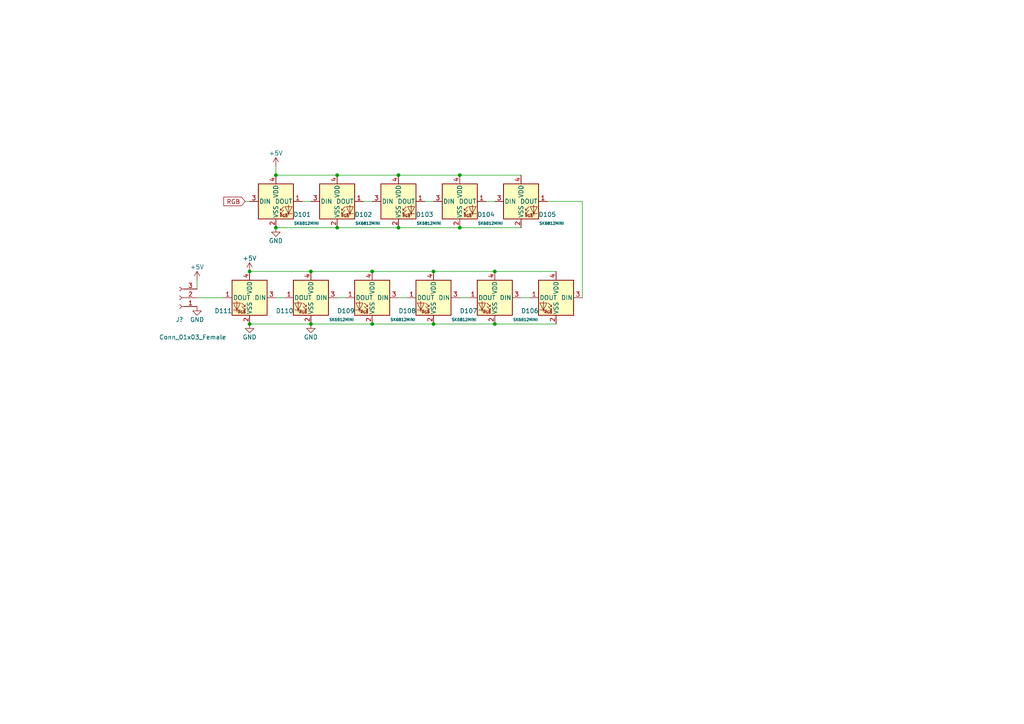
<source format=kicad_sch>
(kicad_sch (version 20230121) (generator eeschema)
  (paper "A4")
  (lib_symbols
    (symbol "LED:SK6812MINI" (pin_names (offset 0.254))
      (property "Reference" "D" (at 5.08 5.715 0))
      (property "Value" "SK6812MINI" (at 1.27 -5.715 0))
      (symbol "SK6812MINI_0_0"
        (text "RGB" (at 2.286 -4.191 0) (effects (font (size 0.762 0.762))))
      )
      (symbol "SK6812MINI_0_1"
        (polyline (pts (xy 1.27 -3.556) (xy 1.778 -3.556)))
        (polyline (pts (xy 1.27 -2.54) (xy 1.778 -2.54)))
        (polyline (pts (xy 4.699 -3.556) (xy 2.667 -3.556)))
        (polyline (pts (xy 2.286 -2.54) (xy 1.27 -3.556) (xy 1.27 -3.048)))
        (polyline (pts (xy 2.286 -1.524) (xy 1.27 -2.54) (xy 1.27 -2.032)))
        (polyline (pts (xy 3.683 -1.016) (xy 3.683 -3.556) (xy 3.683 -4.064)))
        (polyline (pts (xy 4.699 -1.524) (xy 2.667 -1.524) (xy 3.683 -3.556) (xy 4.699 -1.524)))
        (rectangle (start 5.08 5.08) (end -5.08 -5.08) (stroke (width 0.254)) (fill (type background)))
      )
      (symbol "SK6812MINI_1_1"
        (pin output line (at 7.62 0 180) (length 2.54) (name "DOUT") (number "1"))
        (pin power_in line (at 0 -7.62 90) (length 2.54) (name "VSS") (number "2"))
        (pin input line (at -7.62 0 0) (length 2.54) (name "DIN") (number "3"))
        (pin power_in line (at 0 7.62 270) (length 2.54) (name "VDD") (number "4"))
      )
    )
    (symbol "LeChiffre-rescue:Conn_01x03_Female-Connector" (pin_names (offset 1.016) hide)
      (property "Reference" "J" (at 0 5.08 0))
      (property "Value" "Connector_Conn_01x03_Female" (at 0 -5.08 0))
      (symbol "Conn_01x03_Female-Connector_1_1"
        (arc (start 0 -2.032) (mid -0.5058 -2.54) (end 0 -3.048) (stroke (width 0.1524)))
        (polyline (pts (xy -1.27 -2.54) (xy -0.508 -2.54)) (stroke (width 0.1524)))
        (polyline (pts (xy -1.27 0) (xy -0.508 0)) (stroke (width 0.1524)))
        (polyline (pts (xy -1.27 2.54) (xy -0.508 2.54)) (stroke (width 0.1524)))
        (arc (start 0 0.508) (mid -0.5058 0) (end 0 -0.508) (stroke (width 0.1524)))
        (arc (start 0 3.048) (mid -0.5058 2.54) (end 0 2.032) (stroke (width 0.1524)))
        (pin passive line (at -5.08 -2.54 0) (length 3.81) (name "Pin_3") (number "1"))
        (pin passive line (at -5.08 0 0) (length 3.81) (name "Pin_2") (number "2"))
        (pin passive line (at -5.08 2.54 0) (length 3.81) (name "Pin_1") (number "3"))
      )
    )
    (symbol "power:+5V" (power) (pin_names (offset 0))
      (property "Value" "+5V" (at 0 3.556 0))
      (symbol "+5V_0_1"
        (polyline (pts (xy -0.762 1.27) (xy 0 2.54)))
        (polyline (pts (xy 0 0) (xy 0 2.54)))
        (polyline (pts (xy 0 2.54) (xy 0.762 1.27)))
      )
      (symbol "+5V_1_1"
        (pin power_in line (at 0 0 90) (length 0) hide (name "+5V") (number "1"))
      )
    )
    (symbol "power:GND" (power) (pin_names (offset 0))
      (property "Value" "GND" (at 0 -3.81 0))
      (symbol "GND_0_1"
        (polyline (pts (xy 0 0) (xy 0 -1.27) (xy 1.27 -1.27) (xy 0 -2.54) (xy -1.27 -1.27) (xy 0 -1.27)))
      )
      (symbol "GND_1_1"
        (pin power_in line (at 0 0 270) (length 0) hide (name "GND") (number "1"))
      )
    )
  )
  (junction (at 143.51 78.74))
  (junction (at 125.73 78.74))
  (junction (at 72.39 93.98))
  (junction (at 133.35 66.04))
  (junction (at 80.01 50.8))
  (junction (at 107.95 78.74))
  (junction (at 97.79 66.04))
  (junction (at 115.57 66.04))
  (junction (at 90.17 78.74))
  (junction (at 143.51 93.98))
  (junction (at 125.73 93.98))
  (junction (at 115.57 50.8))
  (junction (at 90.17 93.98))
  (junction (at 80.01 66.04))
  (junction (at 72.39 78.74))
  (junction (at 107.95 93.98))
  (junction (at 97.79 50.8))
  (junction (at 133.35 50.8))
  (wire (pts (xy 135.89 86.36) (xy 133.35 86.36)))
  (wire (pts (xy 100.33 86.36) (xy 97.79 86.36)))
  (wire (pts (xy 125.73 78.74) (xy 143.51 78.74)))
  (wire (pts (xy 168.91 58.42) (xy 168.91 86.36)))
  (wire (pts (xy 82.55 86.36) (xy 80.01 86.36)))
  (wire (pts (xy 107.95 93.98) (xy 125.73 93.98)))
  (wire (pts (xy 115.57 66.04) (xy 133.35 66.04)))
  (wire (pts (xy 97.79 66.04) (xy 115.57 66.04)))
  (wire (pts (xy 140.97 58.42) (xy 143.51 58.42)))
  (wire (pts (xy 143.51 93.98) (xy 161.29 93.98)))
  (wire (pts (xy 57.15 81.28) (xy 57.15 83.82)))
  (wire (pts (xy 80.01 66.04) (xy 97.79 66.04)))
  (wire (pts (xy 80.01 48.26) (xy 80.01 50.8)))
  (wire (pts (xy 87.63 58.42) (xy 90.17 58.42)))
  (wire (pts (xy 57.15 86.36) (xy 64.77 86.36)))
  (wire (pts (xy 125.73 93.98) (xy 143.51 93.98)))
  (wire (pts (xy 90.17 78.74) (xy 107.95 78.74)))
  (wire (pts (xy 107.95 78.74) (xy 125.73 78.74)))
  (wire (pts (xy 80.01 50.8) (xy 97.79 50.8)))
  (wire (pts (xy 158.75 58.42) (xy 168.91 58.42)))
  (wire (pts (xy 105.41 58.42) (xy 107.95 58.42)))
  (wire (pts (xy 72.39 78.74) (xy 90.17 78.74)))
  (wire (pts (xy 143.51 78.74) (xy 161.29 78.74)))
  (wire (pts (xy 90.17 93.98) (xy 107.95 93.98)))
  (wire (pts (xy 153.67 86.36) (xy 151.13 86.36)))
  (wire (pts (xy 72.39 93.98) (xy 90.17 93.98)))
  (wire (pts (xy 123.19 58.42) (xy 125.73 58.42)))
  (wire (pts (xy 118.11 86.36) (xy 115.57 86.36)))
  (wire (pts (xy 115.57 50.8) (xy 133.35 50.8)))
  (wire (pts (xy 133.35 66.04) (xy 151.13 66.04)))
  (wire (pts (xy 71.12 58.42) (xy 72.39 58.42)))
  (wire (pts (xy 97.79 50.8) (xy 115.57 50.8)))
  (wire (pts (xy 133.35 50.8) (xy 151.13 50.8)))
  (global_label "RGB" (shape input) (at 71.12 58.42 180) (property "Intersheetrefs" "${INTERSHEET_REFS}" (effects hide)))
  (symbol (lib_id "power:+5V") (at 80.01 48.26 0) (unit 1)
    (property "Reference" "#PWR0101" (effects hide))
    (property "Value" "+5V" (at 80.01 44.45 0))
  )
  (symbol (lib_id "LeChiffre-rescue:Conn_01x03_Female-Connector") (at 52.07 86.36 0) (mirror y) (unit 1)
    (property "Reference" "J?" (at 52.07 92.71 0))
    (property "Value" "Conn_01x03_Female" (at 55.88 97.79 0))
    (property "Footprint" "Connector_PinSocket_2.54mm:PinSocket_1x03_P2.54mm_Vertical" (effects hide))
    (instances (project "stm32_hotswap_chiffre" (path "" (reference "J?") (unit 1)) (path "" (reference "J101") (unit 1))) (project "LeChiffre" (path "" (reference "J?") (unit 1))))
  )
  (symbol (lib_id "LED:SK6812MINI") (at 97.79 58.42 0) (unit 1)
    (property "Reference" "D102" (at 105.41 62.23 0))
    (property "Value" "SK6812MINI" (at 106.68 64.77 0) (effects (font (size 0.8 0.8))))
    (property "Footprint" "LED_SMD:LED_SK6812MINI_PLCC4_3.5x3.5mm_P1.75mm" (effects hide))
    (property "Datasheet" "https://cdn-shop.adafruit.com/product-files/2686/SK6812MINI_REV.01-1-2.pdf" (effects hide))
  )
  (symbol (lib_id "LED:SK6812MINI") (at 90.17 86.36 0) (mirror y) (unit 1)
    (property "Reference" "D110" (at 82.55 90.17 0))
    (property "Value" "SK6812MINI" (effects hide))
    (property "Footprint" "LED_SMD:LED_SK6812MINI_PLCC4_3.5x3.5mm_P1.75mm" (effects hide))
    (property "Datasheet" "https://cdn-shop.adafruit.com/product-files/2686/SK6812MINI_REV.01-1-2.pdf" (effects hide))
  )
  (symbol (lib_id "LED:SK6812MINI") (at 72.39 86.36 0) (mirror y) (unit 1)
    (property "Reference" "D111" (at 64.77 90.17 0))
    (property "Value" "SK6812MINI" (effects hide))
    (property "Footprint" "LED_SMD:LED_SK6812MINI_PLCC4_3.5x3.5mm_P1.75mm" (effects hide))
    (property "Datasheet" "https://cdn-shop.adafruit.com/product-files/2686/SK6812MINI_REV.01-1-2.pdf" (effects hide))
  )
  (symbol (lib_id "LED:SK6812MINI") (at 107.95 86.36 0) (mirror y) (unit 1)
    (property "Reference" "D109" (at 100.33 90.17 0))
    (property "Value" "SK6812MINI" (at 99.06 92.71 0) (effects (font (size 0.8 0.8))))
    (property "Footprint" "LED_SMD:LED_SK6812MINI_PLCC4_3.5x3.5mm_P1.75mm" (effects hide))
    (property "Datasheet" "https://cdn-shop.adafruit.com/product-files/2686/SK6812MINI_REV.01-1-2.pdf" (effects hide))
  )
  (symbol (lib_id "LED:SK6812MINI") (at 115.57 58.42 0) (unit 1)
    (property "Reference" "D103" (at 123.19 62.23 0))
    (property "Value" "SK6812MINI" (at 124.46 64.77 0) (effects (font (size 0.8 0.8))))
    (property "Footprint" "LED_SMD:LED_SK6812MINI_PLCC4_3.5x3.5mm_P1.75mm" (effects hide))
    (property "Datasheet" "https://cdn-shop.adafruit.com/product-files/2686/SK6812MINI_REV.01-1-2.pdf" (effects hide))
  )
  (symbol (lib_id "LED:SK6812MINI") (at 143.51 86.36 0) (mirror y) (unit 1)
    (property "Reference" "D107" (at 135.89 90.17 0))
    (property "Value" "SK6812MINI" (at 134.62 92.71 0) (effects (font (size 0.8 0.8))))
    (property "Footprint" "LED_SMD:LED_SK6812MINI_PLCC4_3.5x3.5mm_P1.75mm" (effects hide))
    (property "Datasheet" "https://cdn-shop.adafruit.com/product-files/2686/SK6812MINI_REV.01-1-2.pdf" (effects hide))
  )
  (symbol (lib_id "power:GND") (at 90.17 93.98 0) (mirror y) (unit 1)
    (property "Reference" "#PWR?" (effects hide))
    (property "Value" "GND" (at 90.17 97.79 0))
    (instances (project "stm32_hotswap_chiffre" (path "" (reference "#PWR?") (unit 1)) (path "" (reference "#PWR0106") (unit 1))) (project "LeChiffre" (path "" (reference "#PWR?") (unit 1))))
  )
  (symbol (lib_id "LED:SK6812MINI") (at 133.35 58.42 0) (unit 1)
    (property "Reference" "D104" (at 140.97 62.23 0))
    (property "Value" "SK6812MINI" (at 142.24 64.77 0) (effects (font (size 0.8 0.8))))
    (property "Footprint" "LED_SMD:LED_SK6812MINI_PLCC4_3.5x3.5mm_P1.75mm" (effects hide))
    (property "Datasheet" "https://cdn-shop.adafruit.com/product-files/2686/SK6812MINI_REV.01-1-2.pdf" (effects hide))
  )
  (symbol (lib_id "power:+5V") (at 72.39 78.74 0) (unit 1)
    (property "Reference" "#PWR019" (effects hide))
    (property "Value" "+5V" (at 72.39 74.93 0))
  )
  (symbol (lib_id "LED:SK6812MINI") (at 125.73 86.36 0) (mirror y) (unit 1)
    (property "Reference" "D108" (at 118.11 90.17 0))
    (property "Value" "SK6812MINI" (at 116.84 92.71 0) (effects (font (size 0.8 0.8))))
    (property "Footprint" "LED_SMD:LED_SK6812MINI_PLCC4_3.5x3.5mm_P1.75mm" (effects hide))
    (property "Datasheet" "https://cdn-shop.adafruit.com/product-files/2686/SK6812MINI_REV.01-1-2.pdf" (effects hide))
  )
  (symbol (lib_id "LED:SK6812MINI") (at 80.01 58.42 0) (unit 1)
    (property "Reference" "D101" (at 87.63 62.23 0))
    (property "Value" "SK6812MINI" (at 88.9 64.77 0) (effects (font (size 0.8 0.8))))
    (property "Footprint" "LED_SMD:LED_SK6812MINI_PLCC4_3.5x3.5mm_P1.75mm" (effects hide))
    (property "Datasheet" "https://cdn-shop.adafruit.com/product-files/2686/SK6812MINI_REV.01-1-2.pdf" (effects hide))
  )
  (symbol (lib_id "power:GND") (at 57.15 88.9 0) (mirror y) (unit 1)
    (property "Reference" "#PWR?" (effects hide))
    (property "Value" "GND" (at 57.15 92.71 0))
    (instances (project "stm32_hotswap_chiffre" (path "" (reference "#PWR?") (unit 1)) (path "" (reference "#PWR0105") (unit 1))) (project "LeChiffre" (path "" (reference "#PWR?") (unit 1))))
  )
  (symbol (lib_id "power:+5V") (at 57.15 81.28 0) (unit 1)
    (property "Reference" "#PWR0104" (effects hide))
    (property "Value" "+5V" (at 57.15 77.47 0))
  )
  (symbol (lib_id "power:GND") (at 80.01 66.04 0) (mirror y) (unit 1)
    (property "Reference" "#PWR?" (effects hide))
    (property "Value" "GND" (at 80.01 69.85 0))
    (instances (project "stm32_hotswap_chiffre" (path "" (reference "#PWR?") (unit 1)) (path "" (reference "#PWR0102") (unit 1))) (project "LeChiffre" (path "" (reference "#PWR?") (unit 1))))
  )
  (symbol (lib_id "power:GND") (at 72.39 93.98 0) (mirror y) (unit 1)
    (property "Reference" "#PWR?" (effects hide))
    (property "Value" "GND" (at 72.39 97.79 0))
    (instances (project "stm32_hotswap_chiffre" (path "" (reference "#PWR?") (unit 1)) (path "" (reference "#PWR020") (unit 1))) (project "LeChiffre" (path "" (reference "#PWR?") (unit 1))))
  )
  (symbol (lib_id "LED:SK6812MINI") (at 161.29 86.36 0) (mirror y) (unit 1)
    (property "Reference" "D106" (at 153.67 90.17 0))
    (property "Value" "SK6812MINI" (at 152.4 92.71 0) (effects (font (size 0.8 0.8))))
    (property "Footprint" "LED_SMD:LED_SK6812MINI_PLCC4_3.5x3.5mm_P1.75mm" (effects hide))
    (property "Datasheet" "https://cdn-shop.adafruit.com/product-files/2686/SK6812MINI_REV.01-1-2.pdf" (effects hide))
  )
  (symbol (lib_id "LED:SK6812MINI") (at 151.13 58.42 0) (unit 1)
    (property "Reference" "D105" (at 158.75 62.23 0))
    (property "Value" "SK6812MINI" (at 160.02 64.77 0) (effects (font (size 0.8 0.8))))
    (property "Footprint" "LED_SMD:LED_SK6812MINI_PLCC4_3.5x3.5mm_P1.75mm" (effects hide))
    (property "Datasheet" "https://cdn-shop.adafruit.com/product-files/2686/SK6812MINI_REV.01-1-2.pdf" (effects hide))
  )
)
</source>
